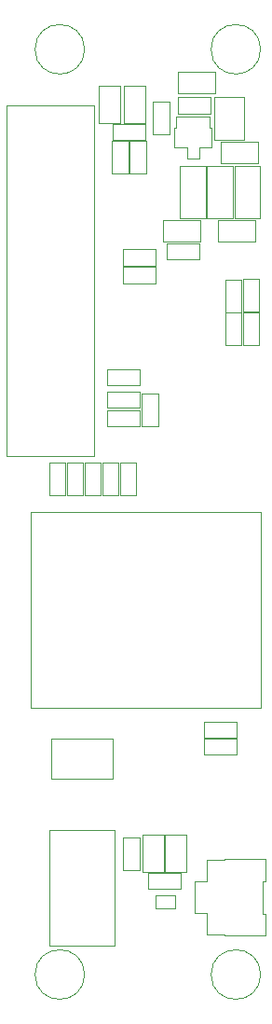
<source format=gbr>
%TF.GenerationSoftware,KiCad,Pcbnew,9.0.5*%
%TF.CreationDate,2025-11-24T11:18:26-05:00*%
%TF.ProjectId,everframe_board,65766572-6672-4616-9d65-5f626f617264,rev?*%
%TF.SameCoordinates,Original*%
%TF.FileFunction,Other,User*%
%FSLAX46Y46*%
G04 Gerber Fmt 4.6, Leading zero omitted, Abs format (unit mm)*
G04 Created by KiCad (PCBNEW 9.0.5) date 2025-11-24 11:18:26*
%MOMM*%
%LPD*%
G01*
G04 APERTURE LIST*
%ADD10C,0.050000*%
G04 APERTURE END LIST*
D10*
%TO.C,J3*%
X87300000Y-127570000D02*
X88400000Y-127570000D01*
X87300000Y-130430000D02*
X87300000Y-127570000D01*
X88400000Y-125620000D02*
X90000000Y-125620000D01*
X88400000Y-127570000D02*
X88400000Y-125620000D01*
X88400000Y-130430000D02*
X87300000Y-130430000D01*
X88400000Y-132380000D02*
X88400000Y-130430000D01*
X90000000Y-125520000D02*
X93700000Y-125520000D01*
X90000000Y-125620000D02*
X90000000Y-125520000D01*
X90000000Y-132380000D02*
X88400000Y-132380000D01*
X90000000Y-132480000D02*
X90000000Y-132380000D01*
X93450000Y-127530000D02*
X93450000Y-130470000D01*
X93450000Y-130470000D02*
X93700000Y-130470000D01*
X93700000Y-125520000D02*
X93700000Y-127530000D01*
X93700000Y-127530000D02*
X93450000Y-127530000D01*
X93700000Y-130470000D02*
X93700000Y-132480000D01*
X93700000Y-132480000D02*
X90000000Y-132480000D01*
%TO.C,R10*%
X83482500Y-56757500D02*
X84942500Y-56757500D01*
X83482500Y-59717500D02*
X83482500Y-56757500D01*
X84942500Y-56757500D02*
X84942500Y-59717500D01*
X84942500Y-59717500D02*
X83482500Y-59717500D01*
%TO.C,SW1*%
X74200000Y-114600000D02*
X79800000Y-114600000D01*
X74200000Y-118200000D02*
X74200000Y-114600000D01*
X79800000Y-114600000D02*
X79800000Y-118200000D01*
X79800000Y-118200000D02*
X74200000Y-118200000D01*
%TO.C,FB1*%
X83020000Y-126770000D02*
X85980000Y-126770000D01*
X83020000Y-128230000D02*
X83020000Y-126770000D01*
X85980000Y-126770000D02*
X85980000Y-128230000D01*
X85980000Y-128230000D02*
X83020000Y-128230000D01*
%TO.C,C19*%
X80820000Y-55300000D02*
X82780000Y-55300000D01*
X80820000Y-58700000D02*
X80820000Y-55300000D01*
X82780000Y-55300000D02*
X82780000Y-58700000D01*
X82780000Y-58700000D02*
X80820000Y-58700000D01*
%TO.C,R3*%
X90070000Y-75920000D02*
X91530000Y-75920000D01*
X90070000Y-78880000D02*
X90070000Y-75920000D01*
X91530000Y-75920000D02*
X91530000Y-78880000D01*
X91530000Y-78880000D02*
X90070000Y-78880000D01*
%TO.C,L1*%
X89050000Y-56350000D02*
X91750000Y-56350000D01*
X89050000Y-60250000D02*
X89050000Y-56350000D01*
X91750000Y-56350000D02*
X91750000Y-60250000D01*
X91750000Y-60250000D02*
X89050000Y-60250000D01*
%TO.C,D3*%
X88399998Y-62600000D02*
X90699998Y-62600000D01*
X88399998Y-67300000D02*
X88399998Y-62600000D01*
X88399998Y-67300000D02*
X90699998Y-67300000D01*
X90699998Y-62600000D02*
X90699998Y-67300000D01*
%TO.C,Q1*%
X85400000Y-59100000D02*
X85600000Y-59100000D01*
X85400000Y-60900000D02*
X85400000Y-59100000D01*
X85600000Y-58070000D02*
X88600000Y-58070000D01*
X85600000Y-59100000D02*
X85600000Y-58070000D01*
X86550000Y-60900000D02*
X85400000Y-60900000D01*
X86550000Y-61930000D02*
X86550000Y-60900000D01*
X87650000Y-60900000D02*
X87650000Y-61930000D01*
X87650000Y-61930000D02*
X86550000Y-61930000D01*
X88600000Y-58070000D02*
X88600000Y-59100000D01*
X88600000Y-59100000D02*
X88800000Y-59100000D01*
X88800000Y-59100000D02*
X88800000Y-60900000D01*
X88800000Y-60900000D02*
X87650000Y-60900000D01*
%TO.C,D2*%
X90899998Y-67300000D02*
X90899998Y-62600000D01*
X93199998Y-62600000D02*
X90899998Y-62600000D01*
X93199998Y-62600000D02*
X93199998Y-67300000D01*
X93199998Y-67300000D02*
X90899998Y-67300000D01*
%TO.C,J2*%
X74025000Y-122900000D02*
X79975000Y-122900000D01*
X74025000Y-133400000D02*
X74025000Y-122900000D01*
X79975000Y-122900000D02*
X79975000Y-133400000D01*
X79975000Y-133400000D02*
X74025000Y-133400000D01*
%TO.C,R5*%
X79820000Y-58770000D02*
X82780000Y-58770000D01*
X79820000Y-60230000D02*
X79820000Y-58770000D01*
X82780000Y-58770000D02*
X82780000Y-60230000D01*
X82780000Y-60230000D02*
X79820000Y-60230000D01*
%TO.C,C7*%
X80720000Y-70170000D02*
X83680000Y-70170000D01*
X80720000Y-71630000D02*
X80720000Y-70170000D01*
X83680000Y-70170000D02*
X83680000Y-71630000D01*
X83680000Y-71630000D02*
X80720000Y-71630000D01*
%TO.C,H2*%
X93250000Y-52000000D02*
G75*
G02*
X88750000Y-52000000I-2250000J0D01*
G01*
X88750000Y-52000000D02*
G75*
G02*
X93250000Y-52000000I2250000J0D01*
G01*
%TO.C,R23*%
X74070000Y-89520000D02*
X75530000Y-89520000D01*
X74070000Y-92480000D02*
X74070000Y-89520000D01*
X75530000Y-89520000D02*
X75530000Y-92480000D01*
X75530000Y-92480000D02*
X74070000Y-92480000D01*
%TO.C,H4*%
X93250000Y-136000000D02*
G75*
G02*
X88750000Y-136000000I-2250000J0D01*
G01*
X88750000Y-136000000D02*
G75*
G02*
X93250000Y-136000000I2250000J0D01*
G01*
%TO.C,R12*%
X84719998Y-69620000D02*
X87679998Y-69620000D01*
X84719998Y-71080000D02*
X84719998Y-69620000D01*
X87679998Y-69620000D02*
X87679998Y-71080000D01*
X87679998Y-71080000D02*
X84719998Y-71080000D01*
%TO.C,R6*%
X79320000Y-84770000D02*
X82280000Y-84770000D01*
X79320000Y-86230000D02*
X79320000Y-84770000D01*
X82280000Y-84770000D02*
X82280000Y-86230000D01*
X82280000Y-86230000D02*
X79320000Y-86230000D01*
%TO.C,H1*%
X77250000Y-52000000D02*
G75*
G02*
X72750000Y-52000000I-2250000J0D01*
G01*
X72750000Y-52000000D02*
G75*
G02*
X77250000Y-52000000I2250000J0D01*
G01*
%TO.C,D5*%
X83700000Y-128800000D02*
X83700000Y-130000000D01*
X83700000Y-128800000D02*
X85500000Y-128800000D01*
X85500000Y-128800000D02*
X85500000Y-130000000D01*
X85500000Y-130000000D02*
X83700000Y-130000000D01*
%TO.C,R11*%
X85720000Y-56370000D02*
X88680000Y-56370000D01*
X85720000Y-57830000D02*
X85720000Y-56370000D01*
X88680000Y-56370000D02*
X88680000Y-57830000D01*
X88680000Y-57830000D02*
X85720000Y-57830000D01*
%TO.C,C13*%
X79320000Y-81070000D02*
X82280000Y-81070000D01*
X79320000Y-82530000D02*
X79320000Y-81070000D01*
X82280000Y-81070000D02*
X82280000Y-82530000D01*
X82280000Y-82530000D02*
X79320000Y-82530000D01*
%TO.C,J1*%
X70182958Y-57106782D02*
X78132958Y-57106782D01*
X70182958Y-88906782D02*
X70182958Y-57106782D01*
X78132958Y-57106782D02*
X78132958Y-88906782D01*
X78132958Y-88906782D02*
X70182958Y-88906782D01*
%TO.C,C28*%
X89600000Y-60420000D02*
X93000000Y-60420000D01*
X89600000Y-62380000D02*
X89600000Y-60420000D01*
X93000000Y-60420000D02*
X93000000Y-62380000D01*
X93000000Y-62380000D02*
X89600000Y-62380000D01*
%TO.C,R4*%
X90070000Y-72920000D02*
X91530000Y-72920000D01*
X90070000Y-75880000D02*
X90070000Y-72920000D01*
X91530000Y-72920000D02*
X91530000Y-75880000D01*
X91530000Y-75880000D02*
X90070000Y-75880000D01*
%TO.C,D1*%
X85949998Y-62600000D02*
X88249998Y-62600000D01*
X85949998Y-67300000D02*
X85949998Y-62600000D01*
X85949998Y-67300000D02*
X88249998Y-67300000D01*
X88249998Y-62600000D02*
X88249998Y-67300000D01*
%TO.C,C31*%
X84520000Y-123300000D02*
X86480000Y-123300000D01*
X84520000Y-126700000D02*
X84520000Y-123300000D01*
X86480000Y-123300000D02*
X86480000Y-126700000D01*
X86480000Y-126700000D02*
X84520000Y-126700000D01*
%TO.C,C14*%
X79320000Y-83070000D02*
X82280000Y-83070000D01*
X79320000Y-84530000D02*
X79320000Y-83070000D01*
X82280000Y-83070000D02*
X82280000Y-84530000D01*
X82280000Y-84530000D02*
X79320000Y-84530000D01*
%TO.C,R24*%
X75670000Y-89520000D02*
X77130000Y-89520000D01*
X75670000Y-92480000D02*
X75670000Y-89520000D01*
X77130000Y-89520000D02*
X77130000Y-92480000D01*
X77130000Y-92480000D02*
X75670000Y-92480000D01*
%TO.C,C33*%
X88145000Y-113070000D02*
X91105000Y-113070000D01*
X88145000Y-114530000D02*
X88145000Y-113070000D01*
X91105000Y-113070000D02*
X91105000Y-114530000D01*
X91105000Y-114530000D02*
X88145000Y-114530000D01*
%TO.C,C32*%
X82520000Y-123300000D02*
X84480000Y-123300000D01*
X82520000Y-126700000D02*
X82520000Y-123300000D01*
X84480000Y-123300000D02*
X84480000Y-126700000D01*
X84480000Y-126700000D02*
X82520000Y-126700000D01*
%TO.C,U1*%
X93272000Y-93997000D02*
X72324000Y-93997000D01*
X72324000Y-111787000D01*
X93272000Y-111787000D01*
X93272000Y-93997000D01*
%TO.C,R16*%
X80770000Y-123520000D02*
X82230000Y-123520000D01*
X80770000Y-126480000D02*
X80770000Y-123520000D01*
X82230000Y-123520000D02*
X82230000Y-126480000D01*
X82230000Y-126480000D02*
X80770000Y-126480000D01*
%TO.C,C20*%
X81370000Y-60320000D02*
X82830000Y-60320000D01*
X81370000Y-63280000D02*
X81370000Y-60320000D01*
X82830000Y-60320000D02*
X82830000Y-63280000D01*
X82830000Y-63280000D02*
X81370000Y-63280000D01*
%TO.C,C27*%
X89349998Y-67470000D02*
X92749998Y-67470000D01*
X89349998Y-69430000D02*
X89349998Y-67470000D01*
X92749998Y-67470000D02*
X92749998Y-69430000D01*
X92749998Y-69430000D02*
X89349998Y-69430000D01*
%TO.C,C8*%
X80720000Y-71770000D02*
X83680000Y-71770000D01*
X80720000Y-73230000D02*
X80720000Y-71770000D01*
X83680000Y-71770000D02*
X83680000Y-73230000D01*
X83680000Y-73230000D02*
X80720000Y-73230000D01*
%TO.C,R26*%
X80470000Y-89520000D02*
X81930000Y-89520000D01*
X80470000Y-92480000D02*
X80470000Y-89520000D01*
X81930000Y-89520000D02*
X81930000Y-92480000D01*
X81930000Y-92480000D02*
X80470000Y-92480000D01*
%TO.C,R20*%
X77270000Y-89520000D02*
X78730000Y-89520000D01*
X77270000Y-92480000D02*
X77270000Y-89520000D01*
X78730000Y-89520000D02*
X78730000Y-92480000D01*
X78730000Y-92480000D02*
X77270000Y-92480000D01*
%TO.C,H3*%
X77250000Y-136000000D02*
G75*
G02*
X72750000Y-136000000I-2250000J0D01*
G01*
X72750000Y-136000000D02*
G75*
G02*
X77250000Y-136000000I2250000J0D01*
G01*
%TO.C,R1*%
X91670000Y-75920000D02*
X93130000Y-75920000D01*
X91670000Y-78880000D02*
X91670000Y-75920000D01*
X93130000Y-75920000D02*
X93130000Y-78880000D01*
X93130000Y-78880000D02*
X91670000Y-78880000D01*
%TO.C,C25*%
X85700000Y-54020000D02*
X89100000Y-54020000D01*
X85700000Y-55980000D02*
X85700000Y-54020000D01*
X89100000Y-54020000D02*
X89100000Y-55980000D01*
X89100000Y-55980000D02*
X85700000Y-55980000D01*
%TO.C,C34*%
X88145000Y-114594000D02*
X91105000Y-114594000D01*
X88145000Y-116054000D02*
X88145000Y-114594000D01*
X91105000Y-114594000D02*
X91105000Y-116054000D01*
X91105000Y-116054000D02*
X88145000Y-116054000D01*
%TO.C,R25*%
X78870000Y-89520000D02*
X80330000Y-89520000D01*
X78870000Y-92480000D02*
X78870000Y-89520000D01*
X80330000Y-89520000D02*
X80330000Y-92480000D01*
X80330000Y-92480000D02*
X78870000Y-92480000D01*
%TO.C,R2*%
X91670000Y-72820000D02*
X93130000Y-72820000D01*
X91670000Y-75780000D02*
X91670000Y-72820000D01*
X93130000Y-72820000D02*
X93130000Y-75780000D01*
X93130000Y-75780000D02*
X91670000Y-75780000D01*
%TO.C,C21*%
X79770000Y-60320000D02*
X81230000Y-60320000D01*
X79770000Y-63280000D02*
X79770000Y-60320000D01*
X81230000Y-60320000D02*
X81230000Y-63280000D01*
X81230000Y-63280000D02*
X79770000Y-63280000D01*
%TO.C,C22*%
X82470000Y-83270000D02*
X83930000Y-83270000D01*
X82470000Y-86230000D02*
X82470000Y-83270000D01*
X83930000Y-83270000D02*
X83930000Y-86230000D01*
X83930000Y-86230000D02*
X82470000Y-86230000D01*
%TO.C,C18*%
X78520000Y-55300000D02*
X80480000Y-55300000D01*
X78520000Y-58700000D02*
X78520000Y-55300000D01*
X80480000Y-55300000D02*
X80480000Y-58700000D01*
X80480000Y-58700000D02*
X78520000Y-58700000D01*
%TO.C,C26*%
X84399998Y-67470000D02*
X87799998Y-67470000D01*
X84399998Y-69430000D02*
X84399998Y-67470000D01*
X87799998Y-67470000D02*
X87799998Y-69430000D01*
X87799998Y-69430000D02*
X84399998Y-69430000D01*
%TD*%
M02*

</source>
